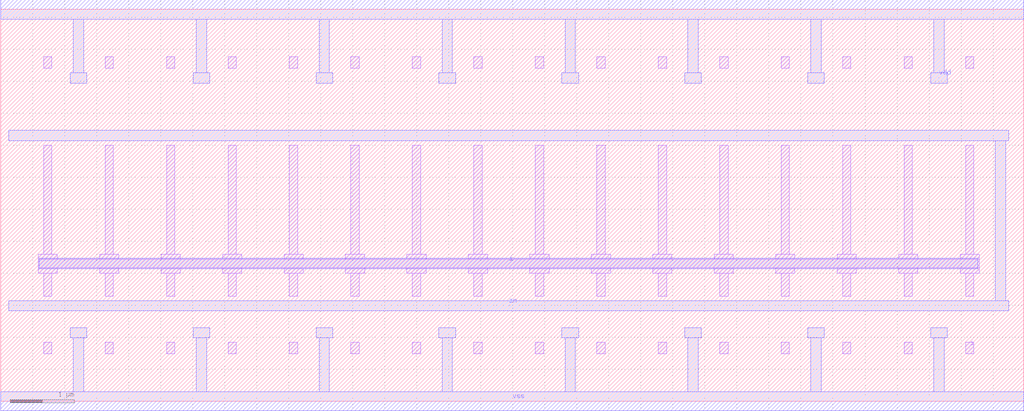
<source format=lef>
VERSION 5.7 ;
  NOWIREEXTENSIONATPIN ON ;
  DIVIDERCHAR "/" ;
  BUSBITCHARS "[]" ;
MACRO SARADC_CELL_INVX16_ASCAP
  CLASS BLOCK ;
  FOREIGN SARADC_CELL_INVX16_ASCAP ;
  ORIGIN 0.000 0.000 ;
  SIZE 15.980 BY 6.120 ;
  SYMMETRY X Y R90 ;
  PIN i
    DIRECTION INOUT ;
    USE POWER ;
    PORT
      LAYER GatPoly ;
        RECT 0.670 5.200 0.800 5.380 ;
        RECT 1.630 5.200 1.760 5.380 ;
        RECT 2.590 5.200 2.720 5.380 ;
        RECT 3.550 5.200 3.680 5.380 ;
        RECT 4.510 5.200 4.640 5.380 ;
        RECT 5.470 5.200 5.600 5.380 ;
        RECT 6.430 5.200 6.560 5.380 ;
        RECT 7.390 5.200 7.520 5.380 ;
        RECT 8.350 5.200 8.480 5.380 ;
        RECT 9.310 5.200 9.440 5.380 ;
        RECT 10.270 5.200 10.400 5.380 ;
        RECT 11.230 5.200 11.360 5.380 ;
        RECT 12.190 5.200 12.320 5.380 ;
        RECT 13.150 5.200 13.280 5.380 ;
        RECT 14.110 5.200 14.240 5.380 ;
        RECT 15.070 5.200 15.200 5.380 ;
        RECT 0.670 2.300 0.800 4.000 ;
        RECT 1.630 2.300 1.760 4.000 ;
        RECT 2.590 2.300 2.720 4.000 ;
        RECT 3.550 2.300 3.680 4.000 ;
        RECT 4.510 2.300 4.640 4.000 ;
        RECT 5.470 2.300 5.600 4.000 ;
        RECT 6.430 2.300 6.560 4.000 ;
        RECT 7.390 2.300 7.520 4.000 ;
        RECT 8.350 2.300 8.480 4.000 ;
        RECT 9.310 2.300 9.440 4.000 ;
        RECT 10.270 2.300 10.400 4.000 ;
        RECT 11.230 2.300 11.360 4.000 ;
        RECT 12.190 2.300 12.320 4.000 ;
        RECT 13.150 2.300 13.280 4.000 ;
        RECT 14.110 2.300 14.240 4.000 ;
        RECT 15.070 2.300 15.200 4.000 ;
        RECT 0.585 2.215 0.885 2.300 ;
        RECT 1.545 2.215 1.845 2.300 ;
        RECT 2.505 2.215 2.805 2.300 ;
        RECT 3.465 2.215 3.765 2.300 ;
        RECT 4.425 2.215 4.725 2.300 ;
        RECT 5.385 2.215 5.685 2.300 ;
        RECT 6.345 2.215 6.645 2.300 ;
        RECT 7.305 2.215 7.605 2.300 ;
        RECT 8.265 2.215 8.565 2.300 ;
        RECT 9.225 2.215 9.525 2.300 ;
        RECT 10.185 2.215 10.485 2.300 ;
        RECT 11.145 2.215 11.445 2.300 ;
        RECT 12.105 2.215 12.405 2.300 ;
        RECT 13.065 2.215 13.365 2.300 ;
        RECT 14.025 2.215 14.325 2.300 ;
        RECT 14.985 2.215 15.285 2.300 ;
        RECT 0.585 2.085 15.285 2.215 ;
        RECT 0.585 2.000 0.885 2.085 ;
        RECT 1.545 2.000 1.845 2.085 ;
        RECT 2.505 2.000 2.805 2.085 ;
        RECT 3.465 2.000 3.765 2.085 ;
        RECT 4.425 2.000 4.725 2.085 ;
        RECT 5.385 2.000 5.685 2.085 ;
        RECT 6.345 2.000 6.645 2.085 ;
        RECT 7.305 2.000 7.605 2.085 ;
        RECT 8.265 2.000 8.565 2.085 ;
        RECT 9.225 2.000 9.525 2.085 ;
        RECT 10.185 2.000 10.485 2.085 ;
        RECT 11.145 2.000 11.445 2.085 ;
        RECT 12.105 2.000 12.405 2.085 ;
        RECT 13.065 2.000 13.365 2.085 ;
        RECT 14.025 2.000 14.325 2.085 ;
        RECT 14.985 2.000 15.285 2.085 ;
        RECT 0.670 1.640 0.800 2.000 ;
        RECT 1.630 1.640 1.760 2.000 ;
        RECT 2.590 1.640 2.720 2.000 ;
        RECT 3.550 1.640 3.680 2.000 ;
        RECT 4.510 1.640 4.640 2.000 ;
        RECT 5.470 1.640 5.600 2.000 ;
        RECT 6.430 1.640 6.560 2.000 ;
        RECT 7.390 1.640 7.520 2.000 ;
        RECT 8.350 1.640 8.480 2.000 ;
        RECT 9.310 1.640 9.440 2.000 ;
        RECT 10.270 1.640 10.400 2.000 ;
        RECT 11.230 1.640 11.360 2.000 ;
        RECT 12.190 1.640 12.320 2.000 ;
        RECT 13.150 1.640 13.280 2.000 ;
        RECT 14.110 1.640 14.240 2.000 ;
        RECT 15.070 1.640 15.200 2.000 ;
        RECT 0.670 0.740 0.800 0.920 ;
        RECT 1.630 0.740 1.760 0.920 ;
        RECT 2.590 0.740 2.720 0.920 ;
        RECT 3.550 0.740 3.680 0.920 ;
        RECT 4.510 0.740 4.640 0.920 ;
        RECT 5.470 0.740 5.600 0.920 ;
        RECT 6.430 0.740 6.560 0.920 ;
        RECT 7.390 0.740 7.520 0.920 ;
        RECT 8.350 0.740 8.480 0.920 ;
        RECT 9.310 0.740 9.440 0.920 ;
        RECT 10.270 0.740 10.400 0.920 ;
        RECT 11.230 0.740 11.360 0.920 ;
        RECT 12.190 0.740 12.320 0.920 ;
        RECT 13.150 0.740 13.280 0.920 ;
        RECT 14.110 0.740 14.240 0.920 ;
        RECT 15.070 0.740 15.200 0.920 ;
      LAYER Metal1 ;
        RECT 0.605 2.070 15.265 2.230 ;
    END
  END i
  PIN zn
    DIRECTION INOUT ;
    USE POWER ;
    PORT
      LAYER Metal1 ;
        RECT 0.125 4.070 15.745 4.230 ;
        RECT 15.535 1.570 15.695 4.070 ;
        RECT 0.125 1.410 15.745 1.570 ;
    END
  END zn
  PIN vss
    DIRECTION INOUT ;
    USE GROUND ;
    PORT
      LAYER Metal1 ;
        RECT 1.085 0.990 1.345 1.150 ;
        RECT 3.005 0.990 3.265 1.150 ;
        RECT 4.925 0.990 5.185 1.150 ;
        RECT 6.845 0.990 7.105 1.150 ;
        RECT 8.765 0.990 9.025 1.150 ;
        RECT 10.685 0.990 10.945 1.150 ;
        RECT 12.605 0.990 12.865 1.150 ;
        RECT 14.525 0.990 14.785 1.150 ;
        RECT 1.135 0.150 1.295 0.990 ;
        RECT 3.055 0.150 3.215 0.990 ;
        RECT 4.975 0.150 5.135 0.990 ;
        RECT 6.895 0.150 7.055 0.990 ;
        RECT 8.815 0.150 8.975 0.990 ;
        RECT 10.735 0.150 10.895 0.990 ;
        RECT 12.655 0.150 12.815 0.990 ;
        RECT 14.575 0.150 14.735 0.990 ;
        RECT 0.000 -0.150 15.980 0.150 ;
    END
  END vss
  PIN vdd
    DIRECTION INOUT ;
    USE POWER ;
    PORT
      LAYER Metal1 ;
        RECT 0.000 5.970 15.980 6.270 ;
        RECT 1.135 5.130 1.295 5.970 ;
        RECT 3.055 5.130 3.215 5.970 ;
        RECT 4.975 5.130 5.135 5.970 ;
        RECT 6.895 5.130 7.055 5.970 ;
        RECT 8.815 5.130 8.975 5.970 ;
        RECT 10.735 5.130 10.895 5.970 ;
        RECT 12.655 5.130 12.815 5.970 ;
        RECT 14.575 5.130 14.735 5.970 ;
        RECT 1.085 4.970 1.345 5.130 ;
        RECT 3.005 4.970 3.265 5.130 ;
        RECT 4.925 4.970 5.185 5.130 ;
        RECT 6.845 4.970 7.105 5.130 ;
        RECT 8.765 4.970 9.025 5.130 ;
        RECT 10.685 4.970 10.945 5.130 ;
        RECT 12.605 4.970 12.865 5.130 ;
        RECT 14.525 4.970 14.785 5.130 ;
    END
  END vdd
END SARADC_CELL_INVX16_ASCAP
END LIBRARY


</source>
